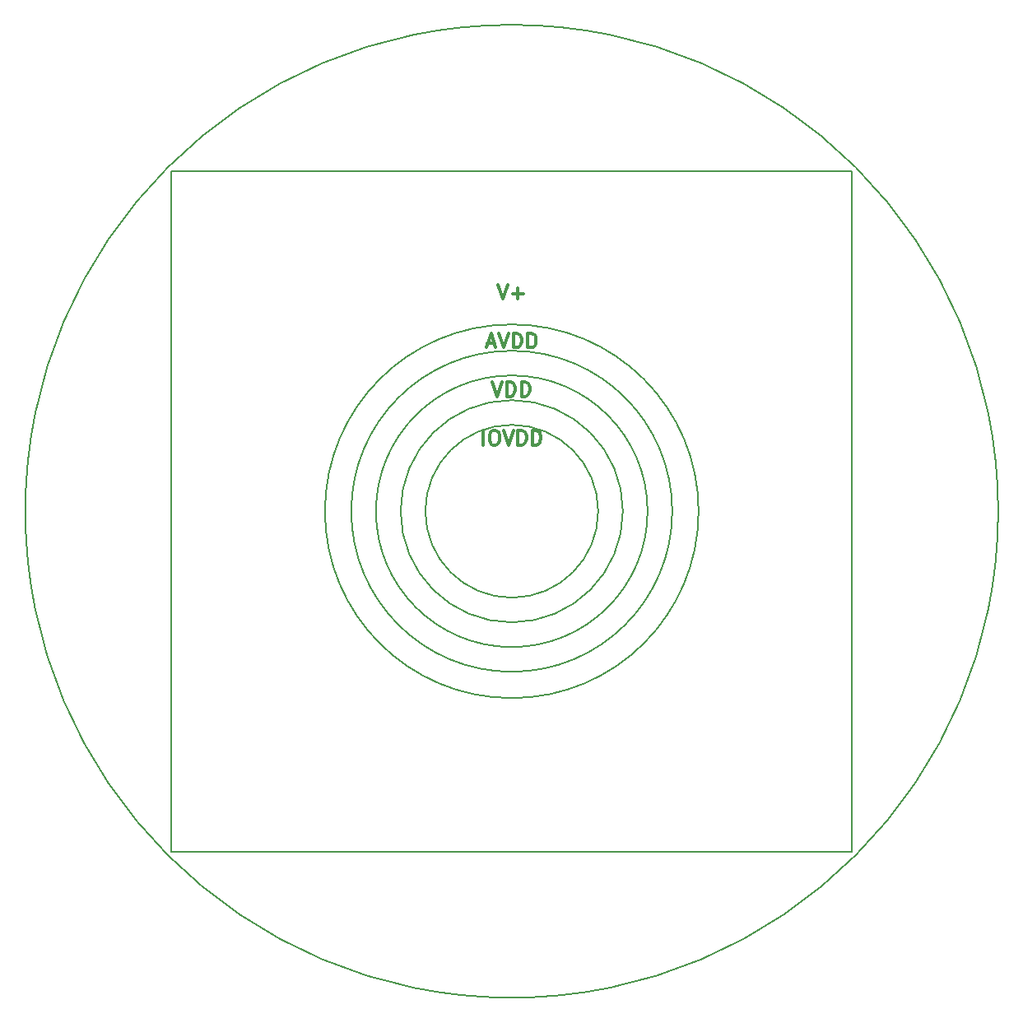
<source format=gbr>
G04 #@! TF.FileFunction,Drawing*
%FSLAX46Y46*%
G04 Gerber Fmt 4.6, Leading zero omitted, Abs format (unit mm)*
G04 Created by KiCad (PCBNEW 4.0.6-e0-6349~53~ubuntu14.04.1) date Fri Mar 31 01:21:10 2017*
%MOMM*%
%LPD*%
G01*
G04 APERTURE LIST*
%ADD10C,0.100000*%
%ADD11C,0.200000*%
%ADD12C,0.300000*%
G04 APERTURE END LIST*
D10*
D11*
X50039984Y0D02*
G75*
G03X50039984Y0I-50039984J0D01*
G01*
X19218587Y0D02*
G75*
G03X19218587Y0I-19218587J0D01*
G01*
X8890000Y0D02*
G75*
G03X8890000Y0I-8890000J0D01*
G01*
X16510000Y0D02*
G75*
G03X16510000Y0I-16510000J0D01*
G01*
X13970000Y0D02*
G75*
G03X13970000Y0I-13970000J0D01*
G01*
X11430000Y0D02*
G75*
G03X11430000Y0I-11430000J0D01*
G01*
X35000000Y35000000D02*
X-35000000Y35000000D01*
X35000000Y-35000000D02*
X35000000Y35000000D01*
X-35000000Y-35000000D02*
X35000000Y-35000000D01*
X-35000000Y35000000D02*
X-35000000Y-35000000D01*
D12*
X-1428571Y23321429D02*
X-928571Y21821429D01*
X-428571Y23321429D01*
X71429Y22392857D02*
X1214286Y22392857D01*
X642857Y21821429D02*
X642857Y22964286D01*
X-2500000Y17250000D02*
X-1785714Y17250000D01*
X-2642857Y16821429D02*
X-2142857Y18321429D01*
X-1642857Y16821429D01*
X-1357143Y18321429D02*
X-857143Y16821429D01*
X-357143Y18321429D01*
X142857Y16821429D02*
X142857Y18321429D01*
X500000Y18321429D01*
X714285Y18250000D01*
X857143Y18107143D01*
X928571Y17964286D01*
X1000000Y17678571D01*
X1000000Y17464286D01*
X928571Y17178571D01*
X857143Y17035714D01*
X714285Y16892857D01*
X500000Y16821429D01*
X142857Y16821429D01*
X1642857Y16821429D02*
X1642857Y18321429D01*
X2000000Y18321429D01*
X2214285Y18250000D01*
X2357143Y18107143D01*
X2428571Y17964286D01*
X2500000Y17678571D01*
X2500000Y17464286D01*
X2428571Y17178571D01*
X2357143Y17035714D01*
X2214285Y16892857D01*
X2000000Y16821429D01*
X1642857Y16821429D01*
X-2000000Y13321429D02*
X-1500000Y11821429D01*
X-1000000Y13321429D01*
X-500000Y11821429D02*
X-500000Y13321429D01*
X-142857Y13321429D01*
X71428Y13250000D01*
X214286Y13107143D01*
X285714Y12964286D01*
X357143Y12678571D01*
X357143Y12464286D01*
X285714Y12178571D01*
X214286Y12035714D01*
X71428Y11892857D01*
X-142857Y11821429D01*
X-500000Y11821429D01*
X1000000Y11821429D02*
X1000000Y13321429D01*
X1357143Y13321429D01*
X1571428Y13250000D01*
X1714286Y13107143D01*
X1785714Y12964286D01*
X1857143Y12678571D01*
X1857143Y12464286D01*
X1785714Y12178571D01*
X1714286Y12035714D01*
X1571428Y11892857D01*
X1357143Y11821429D01*
X1000000Y11821429D01*
X-2928571Y6821429D02*
X-2928571Y8321429D01*
X-1928571Y8321429D02*
X-1642857Y8321429D01*
X-1499999Y8250000D01*
X-1357142Y8107143D01*
X-1285714Y7821429D01*
X-1285714Y7321429D01*
X-1357142Y7035714D01*
X-1499999Y6892857D01*
X-1642857Y6821429D01*
X-1928571Y6821429D01*
X-2071428Y6892857D01*
X-2214285Y7035714D01*
X-2285714Y7321429D01*
X-2285714Y7821429D01*
X-2214285Y8107143D01*
X-2071428Y8250000D01*
X-1928571Y8321429D01*
X-857142Y8321429D02*
X-357142Y6821429D01*
X142858Y8321429D01*
X642858Y6821429D02*
X642858Y8321429D01*
X1000001Y8321429D01*
X1214286Y8250000D01*
X1357144Y8107143D01*
X1428572Y7964286D01*
X1500001Y7678571D01*
X1500001Y7464286D01*
X1428572Y7178571D01*
X1357144Y7035714D01*
X1214286Y6892857D01*
X1000001Y6821429D01*
X642858Y6821429D01*
X2142858Y6821429D02*
X2142858Y8321429D01*
X2500001Y8321429D01*
X2714286Y8250000D01*
X2857144Y8107143D01*
X2928572Y7964286D01*
X3000001Y7678571D01*
X3000001Y7464286D01*
X2928572Y7178571D01*
X2857144Y7035714D01*
X2714286Y6892857D01*
X2500001Y6821429D01*
X2142858Y6821429D01*
M02*

</source>
